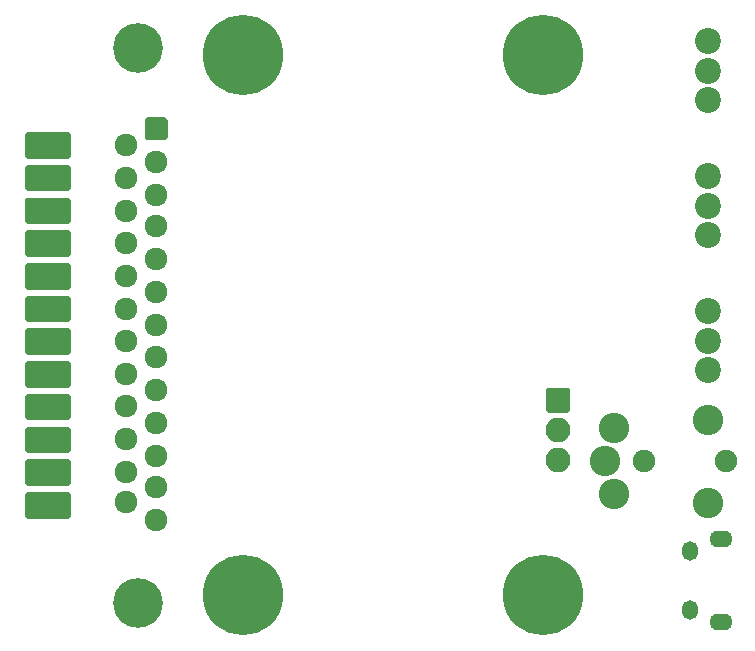
<source format=gbs>
%TF.GenerationSoftware,KiCad,Pcbnew,(5.1.9)-1*%
%TF.CreationDate,2021-01-10T22:28:58+11:00*%
%TF.ProjectId,pcb-covox-amp,7063622d-636f-4766-9f78-2d616d702e6b,3*%
%TF.SameCoordinates,Original*%
%TF.FileFunction,Soldermask,Bot*%
%TF.FilePolarity,Negative*%
%FSLAX46Y46*%
G04 Gerber Fmt 4.6, Leading zero omitted, Abs format (unit mm)*
G04 Created by KiCad (PCBNEW (5.1.9)-1) date 2021-01-10 22:28:58*
%MOMM*%
%LPD*%
G01*
G04 APERTURE LIST*
%ADD10C,4.210000*%
%ADD11C,1.924000*%
%ADD12C,1.900000*%
%ADD13C,2.581860*%
%ADD14C,2.200000*%
%ADD15C,6.800000*%
%ADD16C,1.200000*%
%ADD17O,2.100000X2.100000*%
%ADD18O,1.350000X1.650000*%
%ADD19O,1.950000X1.400000*%
G04 APERTURE END LIST*
D10*
%TO.C,J1*%
X110160000Y-91835000D03*
X110160000Y-138825000D03*
D11*
X111700000Y-131840000D03*
X111700000Y-129046000D03*
X111700000Y-126379000D03*
X111700000Y-123585000D03*
X111700000Y-120791000D03*
X111700000Y-117997000D03*
X111700000Y-115330000D03*
X111700000Y-112536000D03*
X111700000Y-109742000D03*
X111700000Y-106948000D03*
X111700000Y-104281000D03*
X111700000Y-101487000D03*
G36*
G01*
X112462000Y-99655000D02*
X110938000Y-99655000D01*
G75*
G02*
X110738000Y-99455000I0J200000D01*
G01*
X110738000Y-97931000D01*
G75*
G02*
X110938000Y-97731000I200000J0D01*
G01*
X112462000Y-97731000D01*
G75*
G02*
X112662000Y-97931000I0J-200000D01*
G01*
X112662000Y-99455000D01*
G75*
G02*
X112462000Y-99655000I-200000J0D01*
G01*
G37*
X109160000Y-130265200D03*
X109160000Y-127725200D03*
X109160000Y-124931200D03*
X109160000Y-122188000D03*
X109160000Y-119444800D03*
X109160000Y-116650800D03*
X109160000Y-113907600D03*
X109160000Y-111164400D03*
X109160000Y-108319600D03*
X109160000Y-105627200D03*
X109160000Y-102884000D03*
X109160000Y-100090000D03*
%TD*%
D12*
%TO.C,X1*%
X152960000Y-126820000D03*
X159970000Y-126830000D03*
D13*
X158427620Y-130349020D03*
X158427620Y-123351320D03*
X150431700Y-124052360D03*
X150431700Y-129647980D03*
X149730660Y-126848900D03*
%TD*%
D14*
%TO.C,RV2*%
X158420000Y-102710000D03*
X158420000Y-105210000D03*
X158420000Y-107710000D03*
%TD*%
D15*
%TO.C,MH3*%
X119050000Y-138190000D03*
D16*
X121450000Y-138190000D03*
X120747056Y-139887056D03*
X119050000Y-140590000D03*
X117352944Y-139887056D03*
X116650000Y-138190000D03*
X117352944Y-136492944D03*
X119050000Y-135790000D03*
X120747056Y-136492944D03*
%TD*%
D15*
%TO.C,MH4*%
X119050000Y-92470000D03*
D16*
X121450000Y-92470000D03*
X120747056Y-94167056D03*
X119050000Y-94870000D03*
X117352944Y-94167056D03*
X116650000Y-92470000D03*
X117352944Y-90772944D03*
X119050000Y-90070000D03*
X120747056Y-90772944D03*
%TD*%
D15*
%TO.C,MH2*%
X144450000Y-138190000D03*
D16*
X146850000Y-138190000D03*
X146147056Y-139887056D03*
X144450000Y-140590000D03*
X142752944Y-139887056D03*
X142050000Y-138190000D03*
X142752944Y-136492944D03*
X144450000Y-135790000D03*
X146147056Y-136492944D03*
%TD*%
D15*
%TO.C,MH1*%
X144450000Y-92470000D03*
D16*
X146850000Y-92470000D03*
X146147056Y-94167056D03*
X144450000Y-94870000D03*
X142752944Y-94167056D03*
X142050000Y-92470000D03*
X142752944Y-90772944D03*
X144450000Y-90070000D03*
X146147056Y-90772944D03*
%TD*%
%TO.C,J2*%
G36*
G01*
X100800000Y-98971667D02*
X104280000Y-98971667D01*
G75*
G02*
X104480000Y-99171667I0J-200000D01*
G01*
X104480000Y-101018333D01*
G75*
G02*
X104280000Y-101218333I-200000J0D01*
G01*
X100800000Y-101218333D01*
G75*
G02*
X100600000Y-101018333I0J200000D01*
G01*
X100600000Y-99171667D01*
G75*
G02*
X100800000Y-98971667I200000J0D01*
G01*
G37*
G36*
G01*
X100800000Y-101741667D02*
X104280000Y-101741667D01*
G75*
G02*
X104480000Y-101941667I0J-200000D01*
G01*
X104480000Y-103788333D01*
G75*
G02*
X104280000Y-103988333I-200000J0D01*
G01*
X100800000Y-103988333D01*
G75*
G02*
X100600000Y-103788333I0J200000D01*
G01*
X100600000Y-101941667D01*
G75*
G02*
X100800000Y-101741667I200000J0D01*
G01*
G37*
G36*
G01*
X100800000Y-104511667D02*
X104280000Y-104511667D01*
G75*
G02*
X104480000Y-104711667I0J-200000D01*
G01*
X104480000Y-106558333D01*
G75*
G02*
X104280000Y-106758333I-200000J0D01*
G01*
X100800000Y-106758333D01*
G75*
G02*
X100600000Y-106558333I0J200000D01*
G01*
X100600000Y-104711667D01*
G75*
G02*
X100800000Y-104511667I200000J0D01*
G01*
G37*
G36*
G01*
X100800000Y-107281667D02*
X104280000Y-107281667D01*
G75*
G02*
X104480000Y-107481667I0J-200000D01*
G01*
X104480000Y-109328333D01*
G75*
G02*
X104280000Y-109528333I-200000J0D01*
G01*
X100800000Y-109528333D01*
G75*
G02*
X100600000Y-109328333I0J200000D01*
G01*
X100600000Y-107481667D01*
G75*
G02*
X100800000Y-107281667I200000J0D01*
G01*
G37*
G36*
G01*
X100800000Y-110051667D02*
X104280000Y-110051667D01*
G75*
G02*
X104480000Y-110251667I0J-200000D01*
G01*
X104480000Y-112098333D01*
G75*
G02*
X104280000Y-112298333I-200000J0D01*
G01*
X100800000Y-112298333D01*
G75*
G02*
X100600000Y-112098333I0J200000D01*
G01*
X100600000Y-110251667D01*
G75*
G02*
X100800000Y-110051667I200000J0D01*
G01*
G37*
G36*
G01*
X100800000Y-112821667D02*
X104280000Y-112821667D01*
G75*
G02*
X104480000Y-113021667I0J-200000D01*
G01*
X104480000Y-114868333D01*
G75*
G02*
X104280000Y-115068333I-200000J0D01*
G01*
X100800000Y-115068333D01*
G75*
G02*
X100600000Y-114868333I0J200000D01*
G01*
X100600000Y-113021667D01*
G75*
G02*
X100800000Y-112821667I200000J0D01*
G01*
G37*
G36*
G01*
X100800000Y-115591667D02*
X104280000Y-115591667D01*
G75*
G02*
X104480000Y-115791667I0J-200000D01*
G01*
X104480000Y-117638333D01*
G75*
G02*
X104280000Y-117838333I-200000J0D01*
G01*
X100800000Y-117838333D01*
G75*
G02*
X100600000Y-117638333I0J200000D01*
G01*
X100600000Y-115791667D01*
G75*
G02*
X100800000Y-115591667I200000J0D01*
G01*
G37*
G36*
G01*
X100800000Y-118361667D02*
X104280000Y-118361667D01*
G75*
G02*
X104480000Y-118561667I0J-200000D01*
G01*
X104480000Y-120408333D01*
G75*
G02*
X104280000Y-120608333I-200000J0D01*
G01*
X100800000Y-120608333D01*
G75*
G02*
X100600000Y-120408333I0J200000D01*
G01*
X100600000Y-118561667D01*
G75*
G02*
X100800000Y-118361667I200000J0D01*
G01*
G37*
G36*
G01*
X100800000Y-121131667D02*
X104280000Y-121131667D01*
G75*
G02*
X104480000Y-121331667I0J-200000D01*
G01*
X104480000Y-123178333D01*
G75*
G02*
X104280000Y-123378333I-200000J0D01*
G01*
X100800000Y-123378333D01*
G75*
G02*
X100600000Y-123178333I0J200000D01*
G01*
X100600000Y-121331667D01*
G75*
G02*
X100800000Y-121131667I200000J0D01*
G01*
G37*
G36*
G01*
X100800000Y-123901667D02*
X104280000Y-123901667D01*
G75*
G02*
X104480000Y-124101667I0J-200000D01*
G01*
X104480000Y-125948333D01*
G75*
G02*
X104280000Y-126148333I-200000J0D01*
G01*
X100800000Y-126148333D01*
G75*
G02*
X100600000Y-125948333I0J200000D01*
G01*
X100600000Y-124101667D01*
G75*
G02*
X100800000Y-123901667I200000J0D01*
G01*
G37*
G36*
G01*
X100800000Y-126671667D02*
X104280000Y-126671667D01*
G75*
G02*
X104480000Y-126871667I0J-200000D01*
G01*
X104480000Y-128718333D01*
G75*
G02*
X104280000Y-128918333I-200000J0D01*
G01*
X100800000Y-128918333D01*
G75*
G02*
X100600000Y-128718333I0J200000D01*
G01*
X100600000Y-126871667D01*
G75*
G02*
X100800000Y-126671667I200000J0D01*
G01*
G37*
G36*
G01*
X100800000Y-129441667D02*
X104280000Y-129441667D01*
G75*
G02*
X104480000Y-129641667I0J-200000D01*
G01*
X104480000Y-131488333D01*
G75*
G02*
X104280000Y-131688333I-200000J0D01*
G01*
X100800000Y-131688333D01*
G75*
G02*
X100600000Y-131488333I0J200000D01*
G01*
X100600000Y-129641667D01*
G75*
G02*
X100800000Y-129441667I200000J0D01*
G01*
G37*
%TD*%
D14*
%TO.C,RV3*%
X158420000Y-91280000D03*
X158420000Y-93780000D03*
X158420000Y-96280000D03*
%TD*%
%TO.C,RV1*%
X158420000Y-114140000D03*
X158420000Y-116640000D03*
X158420000Y-119140000D03*
%TD*%
%TO.C,JP1*%
G36*
G01*
X144670000Y-122530000D02*
X144670000Y-120830000D01*
G75*
G02*
X144870000Y-120630000I200000J0D01*
G01*
X146570000Y-120630000D01*
G75*
G02*
X146770000Y-120830000I0J-200000D01*
G01*
X146770000Y-122530000D01*
G75*
G02*
X146570000Y-122730000I-200000J0D01*
G01*
X144870000Y-122730000D01*
G75*
G02*
X144670000Y-122530000I0J200000D01*
G01*
G37*
D17*
X145720000Y-124220000D03*
X145720000Y-126760000D03*
%TD*%
D18*
%TO.C,P1*%
X156857460Y-139420900D03*
X156857460Y-134420900D03*
D19*
X159557460Y-140420900D03*
X159557460Y-133420900D03*
%TD*%
M02*

</source>
